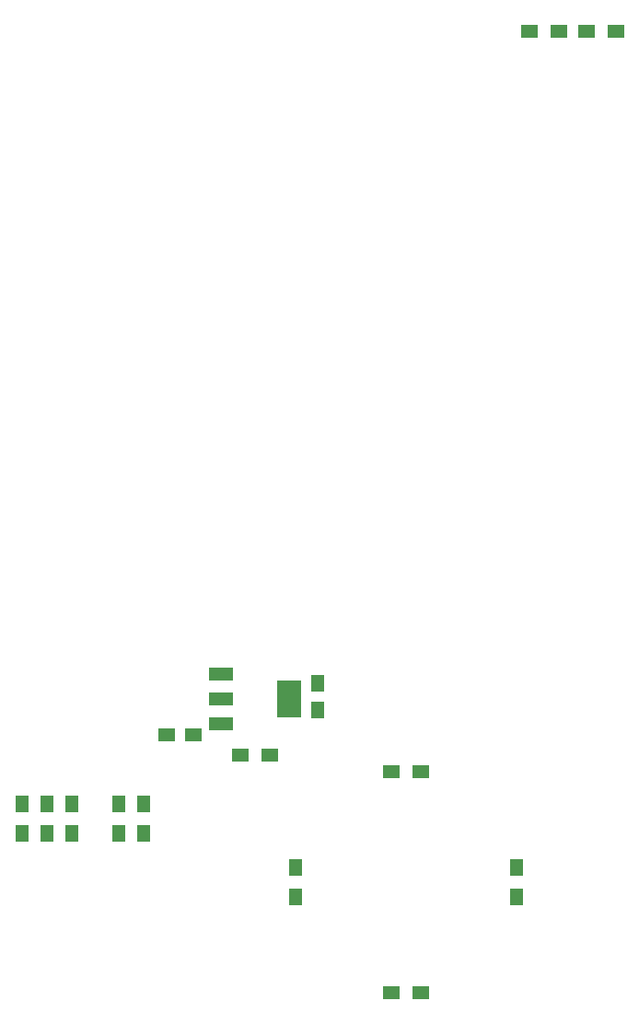
<source format=gbr>
G04 #@! TF.FileFunction,Paste,Top*
%FSLAX46Y46*%
G04 Gerber Fmt 4.6, Leading zero omitted, Abs format (unit mm)*
G04 Created by KiCad (PCBNEW 4.0.2+dfsg1-stable) date Thu 23 Aug 2018 11:31:02 AM EDT*
%MOMM*%
G01*
G04 APERTURE LIST*
%ADD10C,0.100000*%
%ADD11R,1.300000X1.500000*%
%ADD12R,1.500000X1.300000*%
%ADD13R,1.500000X1.250000*%
%ADD14R,1.250000X1.500000*%
%ADD15R,2.200000X1.200000*%
%ADD16R,2.200000X3.500000*%
G04 APERTURE END LIST*
D10*
D11*
X67310000Y-130128000D03*
X67310000Y-127428000D03*
D12*
X117326400Y-56388000D03*
X114626400Y-56388000D03*
X112094000Y-56388000D03*
X109394000Y-56388000D03*
D13*
X78484929Y-121110373D03*
X75984929Y-121110373D03*
D14*
X89934929Y-118804373D03*
X89934929Y-116304373D03*
D11*
X62738000Y-130128000D03*
X62738000Y-127428000D03*
X65024000Y-130128000D03*
X65024000Y-127428000D03*
X73914000Y-130128000D03*
X73914000Y-127428000D03*
X71628000Y-127428000D03*
X71628000Y-130128000D03*
D15*
X81044929Y-120108373D03*
X81044929Y-117808373D03*
X81044929Y-115508373D03*
D16*
X87244929Y-117808373D03*
D11*
X87884000Y-135970000D03*
X87884000Y-133270000D03*
D12*
X99394000Y-144780000D03*
X96694000Y-144780000D03*
D11*
X108204000Y-133270000D03*
X108204000Y-135970000D03*
D12*
X96694000Y-124460000D03*
X99394000Y-124460000D03*
X85499993Y-122982401D03*
X82799993Y-122982401D03*
M02*

</source>
